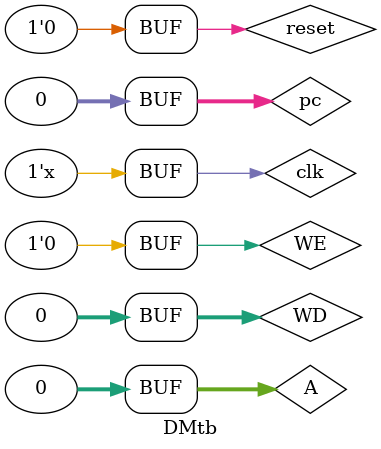
<source format=v>
`timescale 1ns / 1ps


module DMtb;

	// Inputs
	reg reset;
	reg clk;
	reg WE;
	reg [31:0] A;
	reg [31:0] WD;
	reg [31:0] pc;

	// Outputs
	wire [31:0] RD;

	// Instantiate the Unit Under Test (UUT)
	DM uut (
		.reset(reset), 
		.clk(clk), 
		.WE(WE), 
		.A(A), 
		.WD(WD), 
		.RD(RD), 
		.pc(pc)
	);

	initial begin
		// Initialize Inputs
		reset = 0;
		clk = 0;
		WE = 0;
		A = 0;
		WD = 0;
		pc = 0;

		// Wait 100 ns for global reset to finish
		#100;
        
		// Add stimulus here

	end
      always #5 clk=~clk;
endmodule


</source>
